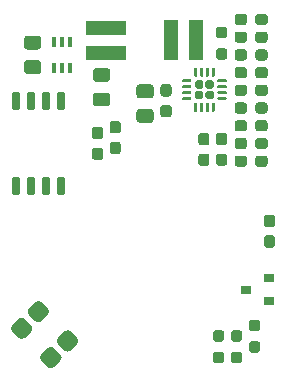
<source format=gbr>
G04 #@! TF.GenerationSoftware,KiCad,Pcbnew,(5.1.9)-1*
G04 #@! TF.CreationDate,2021-12-22T21:11:34+01:00*
G04 #@! TF.ProjectId,Omamori,4f6d616d-6f72-4692-9e6b-696361645f70,rev?*
G04 #@! TF.SameCoordinates,Original*
G04 #@! TF.FileFunction,Paste,Bot*
G04 #@! TF.FilePolarity,Positive*
%FSLAX46Y46*%
G04 Gerber Fmt 4.6, Leading zero omitted, Abs format (unit mm)*
G04 Created by KiCad (PCBNEW (5.1.9)-1) date 2021-12-22 21:11:34*
%MOMM*%
%LPD*%
G01*
G04 APERTURE LIST*
%ADD10R,0.900000X0.800000*%
%ADD11R,3.400000X1.300000*%
%ADD12R,1.300000X3.400000*%
%ADD13R,0.400000X0.900000*%
G04 APERTURE END LIST*
G36*
G01*
X35322500Y-35275000D02*
X35797500Y-35275000D01*
G75*
G02*
X36035000Y-35512500I0J-237500D01*
G01*
X36035000Y-36087500D01*
G75*
G02*
X35797500Y-36325000I-237500J0D01*
G01*
X35322500Y-36325000D01*
G75*
G02*
X35085000Y-36087500I0J237500D01*
G01*
X35085000Y-35512500D01*
G75*
G02*
X35322500Y-35275000I237500J0D01*
G01*
G37*
G36*
G01*
X35322500Y-33525000D02*
X35797500Y-33525000D01*
G75*
G02*
X36035000Y-33762500I0J-237500D01*
G01*
X36035000Y-34337500D01*
G75*
G02*
X35797500Y-34575000I-237500J0D01*
G01*
X35322500Y-34575000D01*
G75*
G02*
X35085000Y-34337500I0J237500D01*
G01*
X35085000Y-33762500D01*
G75*
G02*
X35322500Y-33525000I237500J0D01*
G01*
G37*
G36*
G01*
X31004500Y-45129000D02*
X31479500Y-45129000D01*
G75*
G02*
X31717000Y-45366500I0J-237500D01*
G01*
X31717000Y-45866500D01*
G75*
G02*
X31479500Y-46104000I-237500J0D01*
G01*
X31004500Y-46104000D01*
G75*
G02*
X30767000Y-45866500I0J237500D01*
G01*
X30767000Y-45366500D01*
G75*
G02*
X31004500Y-45129000I237500J0D01*
G01*
G37*
G36*
G01*
X31004500Y-43304000D02*
X31479500Y-43304000D01*
G75*
G02*
X31717000Y-43541500I0J-237500D01*
G01*
X31717000Y-44041500D01*
G75*
G02*
X31479500Y-44279000I-237500J0D01*
G01*
X31004500Y-44279000D01*
G75*
G02*
X30767000Y-44041500I0J237500D01*
G01*
X30767000Y-43541500D01*
G75*
G02*
X31004500Y-43304000I237500J0D01*
G01*
G37*
G36*
G01*
X24544000Y-24580000D02*
X25494000Y-24580000D01*
G75*
G02*
X25744000Y-24830000I0J-250000D01*
G01*
X25744000Y-25505000D01*
G75*
G02*
X25494000Y-25755000I-250000J0D01*
G01*
X24544000Y-25755000D01*
G75*
G02*
X24294000Y-25505000I0J250000D01*
G01*
X24294000Y-24830000D01*
G75*
G02*
X24544000Y-24580000I250000J0D01*
G01*
G37*
G36*
G01*
X24544000Y-22505000D02*
X25494000Y-22505000D01*
G75*
G02*
X25744000Y-22755000I0J-250000D01*
G01*
X25744000Y-23430000D01*
G75*
G02*
X25494000Y-23680000I-250000J0D01*
G01*
X24544000Y-23680000D01*
G75*
G02*
X24294000Y-23430000I0J250000D01*
G01*
X24294000Y-22755000D01*
G75*
G02*
X24544000Y-22505000I250000J0D01*
G01*
G37*
G36*
G01*
X30317500Y-23035000D02*
X30682500Y-23035000D01*
G75*
G02*
X30865000Y-23217500I0J-182500D01*
G01*
X30865000Y-23582500D01*
G75*
G02*
X30682500Y-23765000I-182500J0D01*
G01*
X30317500Y-23765000D01*
G75*
G02*
X30135000Y-23582500I0J182500D01*
G01*
X30135000Y-23217500D01*
G75*
G02*
X30317500Y-23035000I182500J0D01*
G01*
G37*
G36*
G01*
X29417500Y-23035000D02*
X29782500Y-23035000D01*
G75*
G02*
X29965000Y-23217500I0J-182500D01*
G01*
X29965000Y-23582500D01*
G75*
G02*
X29782500Y-23765000I-182500J0D01*
G01*
X29417500Y-23765000D01*
G75*
G02*
X29235000Y-23582500I0J182500D01*
G01*
X29235000Y-23217500D01*
G75*
G02*
X29417500Y-23035000I182500J0D01*
G01*
G37*
G36*
G01*
X30317500Y-22135000D02*
X30682500Y-22135000D01*
G75*
G02*
X30865000Y-22317500I0J-182500D01*
G01*
X30865000Y-22682500D01*
G75*
G02*
X30682500Y-22865000I-182500J0D01*
G01*
X30317500Y-22865000D01*
G75*
G02*
X30135000Y-22682500I0J182500D01*
G01*
X30135000Y-22317500D01*
G75*
G02*
X30317500Y-22135000I182500J0D01*
G01*
G37*
G36*
G01*
X29417500Y-22135000D02*
X29782500Y-22135000D01*
G75*
G02*
X29965000Y-22317500I0J-182500D01*
G01*
X29965000Y-22682500D01*
G75*
G02*
X29782500Y-22865000I-182500J0D01*
G01*
X29417500Y-22865000D01*
G75*
G02*
X29235000Y-22682500I0J182500D01*
G01*
X29235000Y-22317500D01*
G75*
G02*
X29417500Y-22135000I182500J0D01*
G01*
G37*
G36*
G01*
X28237500Y-22075000D02*
X28887500Y-22075000D01*
G75*
G02*
X28950000Y-22137500I0J-62500D01*
G01*
X28950000Y-22262500D01*
G75*
G02*
X28887500Y-22325000I-62500J0D01*
G01*
X28237500Y-22325000D01*
G75*
G02*
X28175000Y-22262500I0J62500D01*
G01*
X28175000Y-22137500D01*
G75*
G02*
X28237500Y-22075000I62500J0D01*
G01*
G37*
G36*
G01*
X28237500Y-22575000D02*
X28887500Y-22575000D01*
G75*
G02*
X28950000Y-22637500I0J-62500D01*
G01*
X28950000Y-22762500D01*
G75*
G02*
X28887500Y-22825000I-62500J0D01*
G01*
X28237500Y-22825000D01*
G75*
G02*
X28175000Y-22762500I0J62500D01*
G01*
X28175000Y-22637500D01*
G75*
G02*
X28237500Y-22575000I62500J0D01*
G01*
G37*
G36*
G01*
X28237500Y-23075000D02*
X28887500Y-23075000D01*
G75*
G02*
X28950000Y-23137500I0J-62500D01*
G01*
X28950000Y-23262500D01*
G75*
G02*
X28887500Y-23325000I-62500J0D01*
G01*
X28237500Y-23325000D01*
G75*
G02*
X28175000Y-23262500I0J62500D01*
G01*
X28175000Y-23137500D01*
G75*
G02*
X28237500Y-23075000I62500J0D01*
G01*
G37*
G36*
G01*
X28237500Y-23575000D02*
X28887500Y-23575000D01*
G75*
G02*
X28950000Y-23637500I0J-62500D01*
G01*
X28950000Y-23762500D01*
G75*
G02*
X28887500Y-23825000I-62500J0D01*
G01*
X28237500Y-23825000D01*
G75*
G02*
X28175000Y-23762500I0J62500D01*
G01*
X28175000Y-23637500D01*
G75*
G02*
X28237500Y-23575000I62500J0D01*
G01*
G37*
G36*
G01*
X29237500Y-24050000D02*
X29362500Y-24050000D01*
G75*
G02*
X29425000Y-24112500I0J-62500D01*
G01*
X29425000Y-24762500D01*
G75*
G02*
X29362500Y-24825000I-62500J0D01*
G01*
X29237500Y-24825000D01*
G75*
G02*
X29175000Y-24762500I0J62500D01*
G01*
X29175000Y-24112500D01*
G75*
G02*
X29237500Y-24050000I62500J0D01*
G01*
G37*
G36*
G01*
X29737500Y-24050000D02*
X29862500Y-24050000D01*
G75*
G02*
X29925000Y-24112500I0J-62500D01*
G01*
X29925000Y-24762500D01*
G75*
G02*
X29862500Y-24825000I-62500J0D01*
G01*
X29737500Y-24825000D01*
G75*
G02*
X29675000Y-24762500I0J62500D01*
G01*
X29675000Y-24112500D01*
G75*
G02*
X29737500Y-24050000I62500J0D01*
G01*
G37*
G36*
G01*
X30237500Y-24050000D02*
X30362500Y-24050000D01*
G75*
G02*
X30425000Y-24112500I0J-62500D01*
G01*
X30425000Y-24762500D01*
G75*
G02*
X30362500Y-24825000I-62500J0D01*
G01*
X30237500Y-24825000D01*
G75*
G02*
X30175000Y-24762500I0J62500D01*
G01*
X30175000Y-24112500D01*
G75*
G02*
X30237500Y-24050000I62500J0D01*
G01*
G37*
G36*
G01*
X30737500Y-24050000D02*
X30862500Y-24050000D01*
G75*
G02*
X30925000Y-24112500I0J-62500D01*
G01*
X30925000Y-24762500D01*
G75*
G02*
X30862500Y-24825000I-62500J0D01*
G01*
X30737500Y-24825000D01*
G75*
G02*
X30675000Y-24762500I0J62500D01*
G01*
X30675000Y-24112500D01*
G75*
G02*
X30737500Y-24050000I62500J0D01*
G01*
G37*
G36*
G01*
X31212500Y-23575000D02*
X31862500Y-23575000D01*
G75*
G02*
X31925000Y-23637500I0J-62500D01*
G01*
X31925000Y-23762500D01*
G75*
G02*
X31862500Y-23825000I-62500J0D01*
G01*
X31212500Y-23825000D01*
G75*
G02*
X31150000Y-23762500I0J62500D01*
G01*
X31150000Y-23637500D01*
G75*
G02*
X31212500Y-23575000I62500J0D01*
G01*
G37*
G36*
G01*
X31212500Y-23075000D02*
X31862500Y-23075000D01*
G75*
G02*
X31925000Y-23137500I0J-62500D01*
G01*
X31925000Y-23262500D01*
G75*
G02*
X31862500Y-23325000I-62500J0D01*
G01*
X31212500Y-23325000D01*
G75*
G02*
X31150000Y-23262500I0J62500D01*
G01*
X31150000Y-23137500D01*
G75*
G02*
X31212500Y-23075000I62500J0D01*
G01*
G37*
G36*
G01*
X31212500Y-22575000D02*
X31862500Y-22575000D01*
G75*
G02*
X31925000Y-22637500I0J-62500D01*
G01*
X31925000Y-22762500D01*
G75*
G02*
X31862500Y-22825000I-62500J0D01*
G01*
X31212500Y-22825000D01*
G75*
G02*
X31150000Y-22762500I0J62500D01*
G01*
X31150000Y-22637500D01*
G75*
G02*
X31212500Y-22575000I62500J0D01*
G01*
G37*
G36*
G01*
X31212500Y-22075000D02*
X31862500Y-22075000D01*
G75*
G02*
X31925000Y-22137500I0J-62500D01*
G01*
X31925000Y-22262500D01*
G75*
G02*
X31862500Y-22325000I-62500J0D01*
G01*
X31212500Y-22325000D01*
G75*
G02*
X31150000Y-22262500I0J62500D01*
G01*
X31150000Y-22137500D01*
G75*
G02*
X31212500Y-22075000I62500J0D01*
G01*
G37*
G36*
G01*
X30737500Y-21075000D02*
X30862500Y-21075000D01*
G75*
G02*
X30925000Y-21137500I0J-62500D01*
G01*
X30925000Y-21787500D01*
G75*
G02*
X30862500Y-21850000I-62500J0D01*
G01*
X30737500Y-21850000D01*
G75*
G02*
X30675000Y-21787500I0J62500D01*
G01*
X30675000Y-21137500D01*
G75*
G02*
X30737500Y-21075000I62500J0D01*
G01*
G37*
G36*
G01*
X30237500Y-21075000D02*
X30362500Y-21075000D01*
G75*
G02*
X30425000Y-21137500I0J-62500D01*
G01*
X30425000Y-21787500D01*
G75*
G02*
X30362500Y-21850000I-62500J0D01*
G01*
X30237500Y-21850000D01*
G75*
G02*
X30175000Y-21787500I0J62500D01*
G01*
X30175000Y-21137500D01*
G75*
G02*
X30237500Y-21075000I62500J0D01*
G01*
G37*
G36*
G01*
X29737500Y-21075000D02*
X29862500Y-21075000D01*
G75*
G02*
X29925000Y-21137500I0J-62500D01*
G01*
X29925000Y-21787500D01*
G75*
G02*
X29862500Y-21850000I-62500J0D01*
G01*
X29737500Y-21850000D01*
G75*
G02*
X29675000Y-21787500I0J62500D01*
G01*
X29675000Y-21137500D01*
G75*
G02*
X29737500Y-21075000I62500J0D01*
G01*
G37*
G36*
G01*
X29237500Y-21075000D02*
X29362500Y-21075000D01*
G75*
G02*
X29425000Y-21137500I0J-62500D01*
G01*
X29425000Y-21787500D01*
G75*
G02*
X29362500Y-21850000I-62500J0D01*
G01*
X29237500Y-21850000D01*
G75*
G02*
X29175000Y-21787500I0J62500D01*
G01*
X29175000Y-21137500D01*
G75*
G02*
X29237500Y-21075000I62500J0D01*
G01*
G37*
G36*
G01*
X33003500Y-44279000D02*
X32528500Y-44279000D01*
G75*
G02*
X32291000Y-44041500I0J237500D01*
G01*
X32291000Y-43541500D01*
G75*
G02*
X32528500Y-43304000I237500J0D01*
G01*
X33003500Y-43304000D01*
G75*
G02*
X33241000Y-43541500I0J-237500D01*
G01*
X33241000Y-44041500D01*
G75*
G02*
X33003500Y-44279000I-237500J0D01*
G01*
G37*
G36*
G01*
X33003500Y-46104000D02*
X32528500Y-46104000D01*
G75*
G02*
X32291000Y-45866500I0J237500D01*
G01*
X32291000Y-45366500D01*
G75*
G02*
X32528500Y-45129000I237500J0D01*
G01*
X33003500Y-45129000D01*
G75*
G02*
X33241000Y-45366500I0J-237500D01*
G01*
X33241000Y-45866500D01*
G75*
G02*
X33003500Y-46104000I-237500J0D01*
G01*
G37*
G36*
G01*
X34052500Y-44240000D02*
X34527500Y-44240000D01*
G75*
G02*
X34765000Y-44477500I0J-237500D01*
G01*
X34765000Y-44977500D01*
G75*
G02*
X34527500Y-45215000I-237500J0D01*
G01*
X34052500Y-45215000D01*
G75*
G02*
X33815000Y-44977500I0J237500D01*
G01*
X33815000Y-44477500D01*
G75*
G02*
X34052500Y-44240000I237500J0D01*
G01*
G37*
G36*
G01*
X34052500Y-42415000D02*
X34527500Y-42415000D01*
G75*
G02*
X34765000Y-42652500I0J-237500D01*
G01*
X34765000Y-43152500D01*
G75*
G02*
X34527500Y-43390000I-237500J0D01*
G01*
X34052500Y-43390000D01*
G75*
G02*
X33815000Y-43152500I0J237500D01*
G01*
X33815000Y-42652500D01*
G75*
G02*
X34052500Y-42415000I237500J0D01*
G01*
G37*
D10*
X33544000Y-39878000D03*
X35544000Y-40828000D03*
X35544000Y-38928000D03*
G36*
G01*
X13945000Y-30300000D02*
X14245000Y-30300000D01*
G75*
G02*
X14395000Y-30450000I0J-150000D01*
G01*
X14395000Y-31750000D01*
G75*
G02*
X14245000Y-31900000I-150000J0D01*
G01*
X13945000Y-31900000D01*
G75*
G02*
X13795000Y-31750000I0J150000D01*
G01*
X13795000Y-30450000D01*
G75*
G02*
X13945000Y-30300000I150000J0D01*
G01*
G37*
G36*
G01*
X15215000Y-30300000D02*
X15515000Y-30300000D01*
G75*
G02*
X15665000Y-30450000I0J-150000D01*
G01*
X15665000Y-31750000D01*
G75*
G02*
X15515000Y-31900000I-150000J0D01*
G01*
X15215000Y-31900000D01*
G75*
G02*
X15065000Y-31750000I0J150000D01*
G01*
X15065000Y-30450000D01*
G75*
G02*
X15215000Y-30300000I150000J0D01*
G01*
G37*
G36*
G01*
X16485000Y-30300000D02*
X16785000Y-30300000D01*
G75*
G02*
X16935000Y-30450000I0J-150000D01*
G01*
X16935000Y-31750000D01*
G75*
G02*
X16785000Y-31900000I-150000J0D01*
G01*
X16485000Y-31900000D01*
G75*
G02*
X16335000Y-31750000I0J150000D01*
G01*
X16335000Y-30450000D01*
G75*
G02*
X16485000Y-30300000I150000J0D01*
G01*
G37*
G36*
G01*
X17755000Y-30300000D02*
X18055000Y-30300000D01*
G75*
G02*
X18205000Y-30450000I0J-150000D01*
G01*
X18205000Y-31750000D01*
G75*
G02*
X18055000Y-31900000I-150000J0D01*
G01*
X17755000Y-31900000D01*
G75*
G02*
X17605000Y-31750000I0J150000D01*
G01*
X17605000Y-30450000D01*
G75*
G02*
X17755000Y-30300000I150000J0D01*
G01*
G37*
G36*
G01*
X17755000Y-23100000D02*
X18055000Y-23100000D01*
G75*
G02*
X18205000Y-23250000I0J-150000D01*
G01*
X18205000Y-24550000D01*
G75*
G02*
X18055000Y-24700000I-150000J0D01*
G01*
X17755000Y-24700000D01*
G75*
G02*
X17605000Y-24550000I0J150000D01*
G01*
X17605000Y-23250000D01*
G75*
G02*
X17755000Y-23100000I150000J0D01*
G01*
G37*
G36*
G01*
X16485000Y-23100000D02*
X16785000Y-23100000D01*
G75*
G02*
X16935000Y-23250000I0J-150000D01*
G01*
X16935000Y-24550000D01*
G75*
G02*
X16785000Y-24700000I-150000J0D01*
G01*
X16485000Y-24700000D01*
G75*
G02*
X16335000Y-24550000I0J150000D01*
G01*
X16335000Y-23250000D01*
G75*
G02*
X16485000Y-23100000I150000J0D01*
G01*
G37*
G36*
G01*
X15215000Y-23100000D02*
X15515000Y-23100000D01*
G75*
G02*
X15665000Y-23250000I0J-150000D01*
G01*
X15665000Y-24550000D01*
G75*
G02*
X15515000Y-24700000I-150000J0D01*
G01*
X15215000Y-24700000D01*
G75*
G02*
X15065000Y-24550000I0J150000D01*
G01*
X15065000Y-23250000D01*
G75*
G02*
X15215000Y-23100000I150000J0D01*
G01*
G37*
G36*
G01*
X13945000Y-23100000D02*
X14245000Y-23100000D01*
G75*
G02*
X14395000Y-23250000I0J-150000D01*
G01*
X14395000Y-24550000D01*
G75*
G02*
X14245000Y-24700000I-150000J0D01*
G01*
X13945000Y-24700000D01*
G75*
G02*
X13795000Y-24550000I0J150000D01*
G01*
X13795000Y-23250000D01*
G75*
G02*
X13945000Y-23100000I150000J0D01*
G01*
G37*
G36*
G01*
X20861000Y-23183000D02*
X21811000Y-23183000D01*
G75*
G02*
X22061000Y-23433000I0J-250000D01*
G01*
X22061000Y-24108000D01*
G75*
G02*
X21811000Y-24358000I-250000J0D01*
G01*
X20861000Y-24358000D01*
G75*
G02*
X20611000Y-24108000I0J250000D01*
G01*
X20611000Y-23433000D01*
G75*
G02*
X20861000Y-23183000I250000J0D01*
G01*
G37*
G36*
G01*
X20861000Y-21108000D02*
X21811000Y-21108000D01*
G75*
G02*
X22061000Y-21358000I0J-250000D01*
G01*
X22061000Y-22033000D01*
G75*
G02*
X21811000Y-22283000I-250000J0D01*
G01*
X20861000Y-22283000D01*
G75*
G02*
X20611000Y-22033000I0J250000D01*
G01*
X20611000Y-21358000D01*
G75*
G02*
X20861000Y-21108000I250000J0D01*
G01*
G37*
G36*
G01*
X15025000Y-20450000D02*
X15975000Y-20450000D01*
G75*
G02*
X16225000Y-20700000I0J-250000D01*
G01*
X16225000Y-21375000D01*
G75*
G02*
X15975000Y-21625000I-250000J0D01*
G01*
X15025000Y-21625000D01*
G75*
G02*
X14775000Y-21375000I0J250000D01*
G01*
X14775000Y-20700000D01*
G75*
G02*
X15025000Y-20450000I250000J0D01*
G01*
G37*
G36*
G01*
X15025000Y-18375000D02*
X15975000Y-18375000D01*
G75*
G02*
X16225000Y-18625000I0J-250000D01*
G01*
X16225000Y-19300000D01*
G75*
G02*
X15975000Y-19550000I-250000J0D01*
G01*
X15025000Y-19550000D01*
G75*
G02*
X14775000Y-19300000I0J250000D01*
G01*
X14775000Y-18625000D01*
G75*
G02*
X15025000Y-18375000I250000J0D01*
G01*
G37*
G36*
G01*
X33650000Y-16762500D02*
X33650000Y-17237500D01*
G75*
G02*
X33412500Y-17475000I-237500J0D01*
G01*
X32837500Y-17475000D01*
G75*
G02*
X32600000Y-17237500I0J237500D01*
G01*
X32600000Y-16762500D01*
G75*
G02*
X32837500Y-16525000I237500J0D01*
G01*
X33412500Y-16525000D01*
G75*
G02*
X33650000Y-16762500I0J-237500D01*
G01*
G37*
G36*
G01*
X35400000Y-16762500D02*
X35400000Y-17237500D01*
G75*
G02*
X35162500Y-17475000I-237500J0D01*
G01*
X34587500Y-17475000D01*
G75*
G02*
X34350000Y-17237500I0J237500D01*
G01*
X34350000Y-16762500D01*
G75*
G02*
X34587500Y-16525000I237500J0D01*
G01*
X35162500Y-16525000D01*
G75*
G02*
X35400000Y-16762500I0J-237500D01*
G01*
G37*
G36*
G01*
X31737500Y-18575000D02*
X31262500Y-18575000D01*
G75*
G02*
X31025000Y-18337500I0J237500D01*
G01*
X31025000Y-17837500D01*
G75*
G02*
X31262500Y-17600000I237500J0D01*
G01*
X31737500Y-17600000D01*
G75*
G02*
X31975000Y-17837500I0J-237500D01*
G01*
X31975000Y-18337500D01*
G75*
G02*
X31737500Y-18575000I-237500J0D01*
G01*
G37*
G36*
G01*
X31737500Y-20400000D02*
X31262500Y-20400000D01*
G75*
G02*
X31025000Y-20162500I0J237500D01*
G01*
X31025000Y-19662500D01*
G75*
G02*
X31262500Y-19425000I237500J0D01*
G01*
X31737500Y-19425000D01*
G75*
G02*
X31975000Y-19662500I0J-237500D01*
G01*
X31975000Y-20162500D01*
G75*
G02*
X31737500Y-20400000I-237500J0D01*
G01*
G37*
G36*
G01*
X17848553Y-45901952D02*
X17309738Y-46440767D01*
G75*
G02*
X16770922Y-46440767I-269408J269408D01*
G01*
X16232107Y-45901952D01*
G75*
G02*
X16232107Y-45363136I269408J269408D01*
G01*
X16770922Y-44824321D01*
G75*
G02*
X17309738Y-44824321I269408J-269408D01*
G01*
X17848553Y-45363136D01*
G75*
G02*
X17848553Y-45901952I-269408J-269408D01*
G01*
G37*
G36*
G01*
X19262767Y-44487738D02*
X18723952Y-45026553D01*
G75*
G02*
X18185136Y-45026553I-269408J269408D01*
G01*
X17646321Y-44487738D01*
G75*
G02*
X17646321Y-43948922I269408J269408D01*
G01*
X18185136Y-43410107D01*
G75*
G02*
X18723952Y-43410107I269408J-269408D01*
G01*
X19262767Y-43948922D01*
G75*
G02*
X19262767Y-44487738I-269408J-269408D01*
G01*
G37*
G36*
G01*
X16787893Y-42012864D02*
X16249078Y-42551679D01*
G75*
G02*
X15710262Y-42551679I-269408J269408D01*
G01*
X15171447Y-42012864D01*
G75*
G02*
X15171447Y-41474048I269408J269408D01*
G01*
X15710262Y-40935233D01*
G75*
G02*
X16249078Y-40935233I269408J-269408D01*
G01*
X16787893Y-41474048D01*
G75*
G02*
X16787893Y-42012864I-269408J-269408D01*
G01*
G37*
G36*
G01*
X15373679Y-43427078D02*
X14834864Y-43965893D01*
G75*
G02*
X14296048Y-43965893I-269408J269408D01*
G01*
X13757233Y-43427078D01*
G75*
G02*
X13757233Y-42888262I269408J269408D01*
G01*
X14296048Y-42349447D01*
G75*
G02*
X14834864Y-42349447I269408J-269408D01*
G01*
X15373679Y-42888262D01*
G75*
G02*
X15373679Y-43427078I-269408J-269408D01*
G01*
G37*
D11*
X21750000Y-17700000D03*
X21750000Y-19800000D03*
D12*
X27200000Y-18750000D03*
X29300000Y-18750000D03*
G36*
G01*
X33650000Y-19762500D02*
X33650000Y-20237500D01*
G75*
G02*
X33412500Y-20475000I-237500J0D01*
G01*
X32837500Y-20475000D01*
G75*
G02*
X32600000Y-20237500I0J237500D01*
G01*
X32600000Y-19762500D01*
G75*
G02*
X32837500Y-19525000I237500J0D01*
G01*
X33412500Y-19525000D01*
G75*
G02*
X33650000Y-19762500I0J-237500D01*
G01*
G37*
G36*
G01*
X35400000Y-19762500D02*
X35400000Y-20237500D01*
G75*
G02*
X35162500Y-20475000I-237500J0D01*
G01*
X34587500Y-20475000D01*
G75*
G02*
X34350000Y-20237500I0J237500D01*
G01*
X34350000Y-19762500D01*
G75*
G02*
X34587500Y-19525000I237500J0D01*
G01*
X35162500Y-19525000D01*
G75*
G02*
X35400000Y-19762500I0J-237500D01*
G01*
G37*
D13*
X18650000Y-18900000D03*
X17350000Y-18900000D03*
X18000000Y-21100000D03*
X18000000Y-18900000D03*
X17350000Y-21100000D03*
X18650000Y-21100000D03*
G36*
G01*
X34350000Y-23237500D02*
X34350000Y-22762500D01*
G75*
G02*
X34587500Y-22525000I237500J0D01*
G01*
X35162500Y-22525000D01*
G75*
G02*
X35400000Y-22762500I0J-237500D01*
G01*
X35400000Y-23237500D01*
G75*
G02*
X35162500Y-23475000I-237500J0D01*
G01*
X34587500Y-23475000D01*
G75*
G02*
X34350000Y-23237500I0J237500D01*
G01*
G37*
G36*
G01*
X32600000Y-23237500D02*
X32600000Y-22762500D01*
G75*
G02*
X32837500Y-22525000I237500J0D01*
G01*
X33412500Y-22525000D01*
G75*
G02*
X33650000Y-22762500I0J-237500D01*
G01*
X33650000Y-23237500D01*
G75*
G02*
X33412500Y-23475000I-237500J0D01*
G01*
X32837500Y-23475000D01*
G75*
G02*
X32600000Y-23237500I0J237500D01*
G01*
G37*
G36*
G01*
X34350000Y-27737500D02*
X34350000Y-27262500D01*
G75*
G02*
X34587500Y-27025000I237500J0D01*
G01*
X35162500Y-27025000D01*
G75*
G02*
X35400000Y-27262500I0J-237500D01*
G01*
X35400000Y-27737500D01*
G75*
G02*
X35162500Y-27975000I-237500J0D01*
G01*
X34587500Y-27975000D01*
G75*
G02*
X34350000Y-27737500I0J237500D01*
G01*
G37*
G36*
G01*
X32600000Y-27737500D02*
X32600000Y-27262500D01*
G75*
G02*
X32837500Y-27025000I237500J0D01*
G01*
X33412500Y-27025000D01*
G75*
G02*
X33650000Y-27262500I0J-237500D01*
G01*
X33650000Y-27737500D01*
G75*
G02*
X33412500Y-27975000I-237500J0D01*
G01*
X32837500Y-27975000D01*
G75*
G02*
X32600000Y-27737500I0J237500D01*
G01*
G37*
G36*
G01*
X33650000Y-25762500D02*
X33650000Y-26237500D01*
G75*
G02*
X33412500Y-26475000I-237500J0D01*
G01*
X32837500Y-26475000D01*
G75*
G02*
X32600000Y-26237500I0J237500D01*
G01*
X32600000Y-25762500D01*
G75*
G02*
X32837500Y-25525000I237500J0D01*
G01*
X33412500Y-25525000D01*
G75*
G02*
X33650000Y-25762500I0J-237500D01*
G01*
G37*
G36*
G01*
X35400000Y-25762500D02*
X35400000Y-26237500D01*
G75*
G02*
X35162500Y-26475000I-237500J0D01*
G01*
X34587500Y-26475000D01*
G75*
G02*
X34350000Y-26237500I0J237500D01*
G01*
X34350000Y-25762500D01*
G75*
G02*
X34587500Y-25525000I237500J0D01*
G01*
X35162500Y-25525000D01*
G75*
G02*
X35400000Y-25762500I0J-237500D01*
G01*
G37*
G36*
G01*
X34350000Y-24737500D02*
X34350000Y-24262500D01*
G75*
G02*
X34587500Y-24025000I237500J0D01*
G01*
X35162500Y-24025000D01*
G75*
G02*
X35400000Y-24262500I0J-237500D01*
G01*
X35400000Y-24737500D01*
G75*
G02*
X35162500Y-24975000I-237500J0D01*
G01*
X34587500Y-24975000D01*
G75*
G02*
X34350000Y-24737500I0J237500D01*
G01*
G37*
G36*
G01*
X32600000Y-24737500D02*
X32600000Y-24262500D01*
G75*
G02*
X32837500Y-24025000I237500J0D01*
G01*
X33412500Y-24025000D01*
G75*
G02*
X33650000Y-24262500I0J-237500D01*
G01*
X33650000Y-24737500D01*
G75*
G02*
X33412500Y-24975000I-237500J0D01*
G01*
X32837500Y-24975000D01*
G75*
G02*
X32600000Y-24737500I0J237500D01*
G01*
G37*
G36*
G01*
X29762500Y-28350000D02*
X30237500Y-28350000D01*
G75*
G02*
X30475000Y-28587500I0J-237500D01*
G01*
X30475000Y-29162500D01*
G75*
G02*
X30237500Y-29400000I-237500J0D01*
G01*
X29762500Y-29400000D01*
G75*
G02*
X29525000Y-29162500I0J237500D01*
G01*
X29525000Y-28587500D01*
G75*
G02*
X29762500Y-28350000I237500J0D01*
G01*
G37*
G36*
G01*
X29762500Y-26600000D02*
X30237500Y-26600000D01*
G75*
G02*
X30475000Y-26837500I0J-237500D01*
G01*
X30475000Y-27412500D01*
G75*
G02*
X30237500Y-27650000I-237500J0D01*
G01*
X29762500Y-27650000D01*
G75*
G02*
X29525000Y-27412500I0J237500D01*
G01*
X29525000Y-26837500D01*
G75*
G02*
X29762500Y-26600000I237500J0D01*
G01*
G37*
G36*
G01*
X31262500Y-28350000D02*
X31737500Y-28350000D01*
G75*
G02*
X31975000Y-28587500I0J-237500D01*
G01*
X31975000Y-29162500D01*
G75*
G02*
X31737500Y-29400000I-237500J0D01*
G01*
X31262500Y-29400000D01*
G75*
G02*
X31025000Y-29162500I0J237500D01*
G01*
X31025000Y-28587500D01*
G75*
G02*
X31262500Y-28350000I237500J0D01*
G01*
G37*
G36*
G01*
X31262500Y-26600000D02*
X31737500Y-26600000D01*
G75*
G02*
X31975000Y-26837500I0J-237500D01*
G01*
X31975000Y-27412500D01*
G75*
G02*
X31737500Y-27650000I-237500J0D01*
G01*
X31262500Y-27650000D01*
G75*
G02*
X31025000Y-27412500I0J237500D01*
G01*
X31025000Y-26837500D01*
G75*
G02*
X31262500Y-26600000I237500J0D01*
G01*
G37*
G36*
G01*
X33650000Y-28762500D02*
X33650000Y-29237500D01*
G75*
G02*
X33412500Y-29475000I-237500J0D01*
G01*
X32837500Y-29475000D01*
G75*
G02*
X32600000Y-29237500I0J237500D01*
G01*
X32600000Y-28762500D01*
G75*
G02*
X32837500Y-28525000I237500J0D01*
G01*
X33412500Y-28525000D01*
G75*
G02*
X33650000Y-28762500I0J-237500D01*
G01*
G37*
G36*
G01*
X35400000Y-28762500D02*
X35400000Y-29237500D01*
G75*
G02*
X35162500Y-29475000I-237500J0D01*
G01*
X34587500Y-29475000D01*
G75*
G02*
X34350000Y-29237500I0J237500D01*
G01*
X34350000Y-28762500D01*
G75*
G02*
X34587500Y-28525000I237500J0D01*
G01*
X35162500Y-28525000D01*
G75*
G02*
X35400000Y-28762500I0J-237500D01*
G01*
G37*
G36*
G01*
X22737500Y-26650000D02*
X22262500Y-26650000D01*
G75*
G02*
X22025000Y-26412500I0J237500D01*
G01*
X22025000Y-25837500D01*
G75*
G02*
X22262500Y-25600000I237500J0D01*
G01*
X22737500Y-25600000D01*
G75*
G02*
X22975000Y-25837500I0J-237500D01*
G01*
X22975000Y-26412500D01*
G75*
G02*
X22737500Y-26650000I-237500J0D01*
G01*
G37*
G36*
G01*
X22737500Y-28400000D02*
X22262500Y-28400000D01*
G75*
G02*
X22025000Y-28162500I0J237500D01*
G01*
X22025000Y-27587500D01*
G75*
G02*
X22262500Y-27350000I237500J0D01*
G01*
X22737500Y-27350000D01*
G75*
G02*
X22975000Y-27587500I0J-237500D01*
G01*
X22975000Y-28162500D01*
G75*
G02*
X22737500Y-28400000I-237500J0D01*
G01*
G37*
G36*
G01*
X34350000Y-21737500D02*
X34350000Y-21262500D01*
G75*
G02*
X34587500Y-21025000I237500J0D01*
G01*
X35162500Y-21025000D01*
G75*
G02*
X35400000Y-21262500I0J-237500D01*
G01*
X35400000Y-21737500D01*
G75*
G02*
X35162500Y-21975000I-237500J0D01*
G01*
X34587500Y-21975000D01*
G75*
G02*
X34350000Y-21737500I0J237500D01*
G01*
G37*
G36*
G01*
X32600000Y-21737500D02*
X32600000Y-21262500D01*
G75*
G02*
X32837500Y-21025000I237500J0D01*
G01*
X33412500Y-21025000D01*
G75*
G02*
X33650000Y-21262500I0J-237500D01*
G01*
X33650000Y-21737500D01*
G75*
G02*
X33412500Y-21975000I-237500J0D01*
G01*
X32837500Y-21975000D01*
G75*
G02*
X32600000Y-21737500I0J237500D01*
G01*
G37*
G36*
G01*
X21237500Y-27150000D02*
X20762500Y-27150000D01*
G75*
G02*
X20525000Y-26912500I0J237500D01*
G01*
X20525000Y-26337500D01*
G75*
G02*
X20762500Y-26100000I237500J0D01*
G01*
X21237500Y-26100000D01*
G75*
G02*
X21475000Y-26337500I0J-237500D01*
G01*
X21475000Y-26912500D01*
G75*
G02*
X21237500Y-27150000I-237500J0D01*
G01*
G37*
G36*
G01*
X21237500Y-28900000D02*
X20762500Y-28900000D01*
G75*
G02*
X20525000Y-28662500I0J237500D01*
G01*
X20525000Y-28087500D01*
G75*
G02*
X20762500Y-27850000I237500J0D01*
G01*
X21237500Y-27850000D01*
G75*
G02*
X21475000Y-28087500I0J-237500D01*
G01*
X21475000Y-28662500D01*
G75*
G02*
X21237500Y-28900000I-237500J0D01*
G01*
G37*
G36*
G01*
X34350000Y-18737500D02*
X34350000Y-18262500D01*
G75*
G02*
X34587500Y-18025000I237500J0D01*
G01*
X35162500Y-18025000D01*
G75*
G02*
X35400000Y-18262500I0J-237500D01*
G01*
X35400000Y-18737500D01*
G75*
G02*
X35162500Y-18975000I-237500J0D01*
G01*
X34587500Y-18975000D01*
G75*
G02*
X34350000Y-18737500I0J237500D01*
G01*
G37*
G36*
G01*
X32600000Y-18737500D02*
X32600000Y-18262500D01*
G75*
G02*
X32837500Y-18025000I237500J0D01*
G01*
X33412500Y-18025000D01*
G75*
G02*
X33650000Y-18262500I0J-237500D01*
G01*
X33650000Y-18737500D01*
G75*
G02*
X33412500Y-18975000I-237500J0D01*
G01*
X32837500Y-18975000D01*
G75*
G02*
X32600000Y-18737500I0J237500D01*
G01*
G37*
G36*
G01*
X26559500Y-22476000D02*
X27034500Y-22476000D01*
G75*
G02*
X27272000Y-22713500I0J-237500D01*
G01*
X27272000Y-23288500D01*
G75*
G02*
X27034500Y-23526000I-237500J0D01*
G01*
X26559500Y-23526000D01*
G75*
G02*
X26322000Y-23288500I0J237500D01*
G01*
X26322000Y-22713500D01*
G75*
G02*
X26559500Y-22476000I237500J0D01*
G01*
G37*
G36*
G01*
X26559500Y-24226000D02*
X27034500Y-24226000D01*
G75*
G02*
X27272000Y-24463500I0J-237500D01*
G01*
X27272000Y-25038500D01*
G75*
G02*
X27034500Y-25276000I-237500J0D01*
G01*
X26559500Y-25276000D01*
G75*
G02*
X26322000Y-25038500I0J237500D01*
G01*
X26322000Y-24463500D01*
G75*
G02*
X26559500Y-24226000I237500J0D01*
G01*
G37*
M02*

</source>
